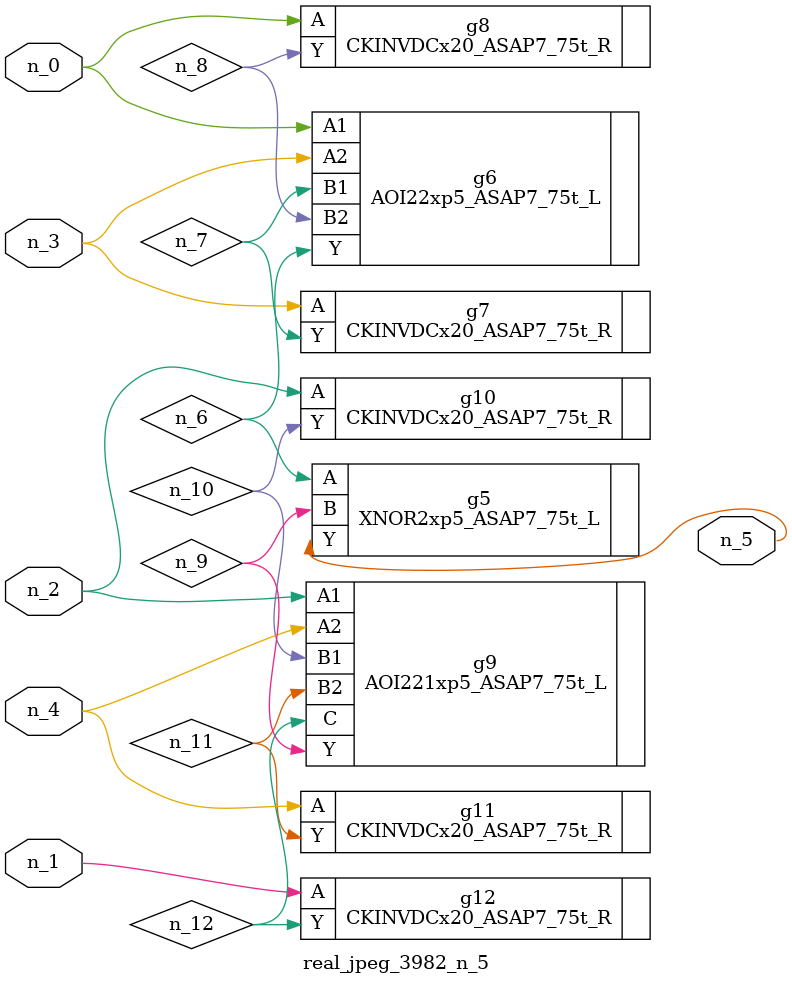
<source format=v>
module real_jpeg_3982_n_5 (n_4, n_0, n_1, n_2, n_3, n_5);

input n_4;
input n_0;
input n_1;
input n_2;
input n_3;

output n_5;

wire n_12;
wire n_8;
wire n_11;
wire n_6;
wire n_7;
wire n_10;
wire n_9;

AOI22xp5_ASAP7_75t_L g6 ( 
.A1(n_0),
.A2(n_3),
.B1(n_7),
.B2(n_8),
.Y(n_6)
);

CKINVDCx20_ASAP7_75t_R g8 ( 
.A(n_0),
.Y(n_8)
);

CKINVDCx20_ASAP7_75t_R g12 ( 
.A(n_1),
.Y(n_12)
);

AOI221xp5_ASAP7_75t_L g9 ( 
.A1(n_2),
.A2(n_4),
.B1(n_10),
.B2(n_11),
.C(n_12),
.Y(n_9)
);

CKINVDCx20_ASAP7_75t_R g10 ( 
.A(n_2),
.Y(n_10)
);

CKINVDCx20_ASAP7_75t_R g7 ( 
.A(n_3),
.Y(n_7)
);

CKINVDCx20_ASAP7_75t_R g11 ( 
.A(n_4),
.Y(n_11)
);

XNOR2xp5_ASAP7_75t_L g5 ( 
.A(n_6),
.B(n_9),
.Y(n_5)
);


endmodule
</source>
